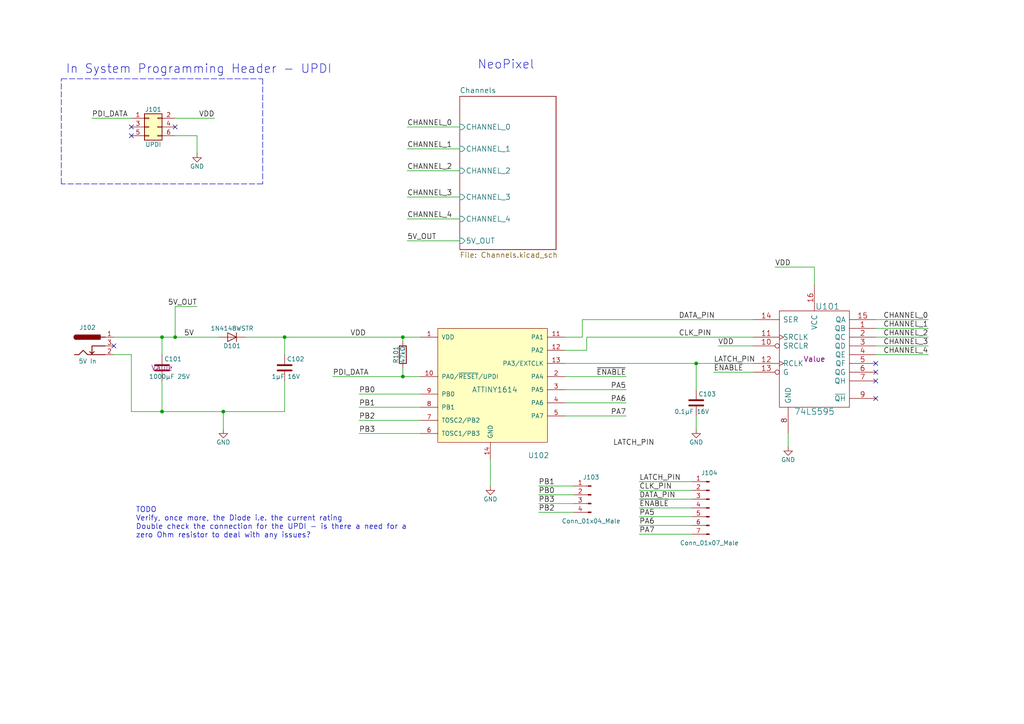
<source format=kicad_sch>
(kicad_sch (version 20211123) (generator eeschema)
  (paper "A4")
  (title_block (title "Advent Sternal - NeoPixel Driver") (date "2017-10-25") (rev "2L_1") (company "SM"))
  (lib_symbols
    (symbol "FiveChannel-rescue:74LS596-RESCUE-FiveChannel" (pin_names (offset 1.016))
      (property "Reference" "U" (at 3.81 15.24 0))
      (property "Value" "FiveChannel-rescue_74LS596-RESCUE-FiveChannel" (at 0 -15.24 0))
      (symbol "74LS596-RESCUE-FiveChannel_0_1"
        (rectangle (start -10.16 -13.97) (end 10.16 13.97))
      )
      (symbol "74LS596-RESCUE-FiveChannel_1_1"
        (pin tri_state line (at 17.78 8.89 180) (length 7.62) (name "QB") (number "1"))
        (pin input inverted (at -17.78 3.81 0) (length 7.62) (name "SRCLR") (number "10"))
        (pin input clock (at -17.78 6.35 0) (length 7.62) (name "SRCLK") (number "11"))
        (pin input clock (at -17.78 -1.27 0) (length 7.62) (name "RCLK") (number "12"))
        (pin input inverted (at -17.78 -3.81 0) (length 7.62) (name "G") (number "13"))
        (pin input line (at -17.78 11.43 0) (length 7.62) (name "SER") (number "14"))
        (pin tri_state line (at 17.78 11.43 180) (length 7.62) (name "QA") (number "15"))
        (pin power_in line (at 0 21.59 270) (length 7.62) (name "VCC") (number "16"))
        (pin tri_state line (at 17.78 6.35 180) (length 7.62) (name "QC") (number "2"))
        (pin tri_state line (at 17.78 3.81 180) (length 7.62) (name "QD") (number "3"))
        (pin tri_state line (at 17.78 1.27 180) (length 7.62) (name "QE") (number "4"))
        (pin tri_state line (at 17.78 -1.27 180) (length 7.62) (name "QF") (number "5"))
        (pin tri_state line (at 17.78 -3.81 180) (length 7.62) (name "QG") (number "6"))
        (pin tri_state line (at 17.78 -6.35 180) (length 7.62) (name "QH") (number "7"))
        (pin power_in line (at -7.62 -21.59 90) (length 7.62) (name "GND") (number "8"))
        (pin output line (at 17.78 -11.43 180) (length 7.62) (name "~{QH}") (number "9"))
      )
    )
    (symbol "FiveChannel-rescue:ATTINY1614" (pin_names (offset 1.016))
      (property "Reference" "U" (at 13.97 -20.32 0))
      (property "Value" "FiveChannel-rescue_ATTINY1614" (at 1.27 -1.27 0))
      (symbol "ATTINY1614_0_1"
        (rectangle (start -15.24 16.51) (end 16.51 -16.51) (fill (type background)))
      )
      (symbol "ATTINY1614_1_1"
        (pin input line (at -20.32 13.97 0) (length 5.08) (name "VDD") (number "1"))
        (pin input line (at -20.32 2.54 0) (length 5.08) (name "PA0/~{RESET}/UPDI") (number "10"))
        (pin input line (at 21.59 13.97 180) (length 5.08) (name "PA1") (number "11"))
        (pin input line (at 21.59 10.16 180) (length 5.08) (name "PA2") (number "12"))
        (pin input line (at 21.59 6.35 180) (length 5.08) (name "PA3/EXTCLK") (number "13"))
        (pin input line (at 0 -21.59 90) (length 5.08) (name "GND") (number "14"))
        (pin input line (at 21.59 2.54 180) (length 5.08) (name "PA4") (number "2"))
        (pin input line (at 21.59 -1.27 180) (length 5.08) (name "PA5") (number "3"))
        (pin input line (at 21.59 -5.08 180) (length 5.08) (name "PA6") (number "4"))
        (pin input line (at 21.59 -8.89 180) (length 5.08) (name "PA7") (number "5"))
        (pin input line (at -20.32 -13.97 0) (length 5.08) (name "TOSC1/PB3") (number "6"))
        (pin input line (at -20.32 -10.16 0) (length 5.08) (name "TOSC2/PB2") (number "7"))
        (pin input line (at -20.32 -6.35 0) (length 5.08) (name "PB1") (number "8"))
        (pin input line (at -20.32 -2.54 0) (length 5.08) (name "PB0") (number "9"))
      )
    )
    (symbol "FiveChannel-rescue:C" (pin_numbers hide) (pin_names (offset 0.254))
      (property "Reference" "C" (at 0.635 2.54 0))
      (property "Value" "FiveChannel-rescue_C" (at 0.635 -2.54 0))
      (symbol "C_0_1"
        (polyline (pts (xy -2.032 -0.762) (xy 2.032 -0.762)) (stroke (width 0.508)))
        (polyline (pts (xy -2.032 0.762) (xy 2.032 0.762)) (stroke (width 0.508)))
      )
      (symbol "C_1_1"
        (pin passive line (at 0 3.81 270) (length 2.794) (name "~") (number "1"))
        (pin passive line (at 0 -3.81 90) (length 2.794) (name "~") (number "2"))
      )
    )
    (symbol "FiveChannel-rescue:Conn_01x04_Male" (pin_names (offset 1.016) hide)
      (property "Reference" "J" (at 0 5.08 0))
      (property "Value" "FiveChannel-rescue_Conn_01x04_Male" (at 0 -7.62 0))
      (symbol "Conn_01x04_Male_1_1"
        (polyline (pts (xy 1.27 -5.08) (xy 0.8636 -5.08)) (stroke (width 0.1524)))
        (polyline (pts (xy 1.27 -2.54) (xy 0.8636 -2.54)) (stroke (width 0.1524)))
        (polyline (pts (xy 1.27 0) (xy 0.8636 0)) (stroke (width 0.1524)))
        (polyline (pts (xy 1.27 2.54) (xy 0.8636 2.54)) (stroke (width 0.1524)))
        (rectangle (start 0.8636 -4.953) (end 0 -5.207) (stroke (width 0.1524)) (fill (type outline)))
        (rectangle (start 0.8636 -2.413) (end 0 -2.667) (stroke (width 0.1524)) (fill (type outline)))
        (rectangle (start 0.8636 0.127) (end 0 -0.127) (stroke (width 0.1524)) (fill (type outline)))
        (rectangle (start 0.8636 2.667) (end 0 2.413) (stroke (width 0.1524)) (fill (type outline)))
        (pin passive line (at 5.08 2.54 180) (length 3.81) (name "Pin_1") (number "1"))
        (pin passive line (at 5.08 0 180) (length 3.81) (name "Pin_2") (number "2"))
        (pin passive line (at 5.08 -2.54 180) (length 3.81) (name "Pin_3") (number "3"))
        (pin passive line (at 5.08 -5.08 180) (length 3.81) (name "Pin_4") (number "4"))
      )
    )
    (symbol "FiveChannel-rescue:Conn_01x07_Male" (pin_names (offset 1.016) hide)
      (property "Reference" "J" (at 0 10.16 0))
      (property "Value" "FiveChannel-rescue_Conn_01x07_Male" (at 0 -10.16 0))
      (symbol "Conn_01x07_Male_1_1"
        (polyline (pts (xy 1.27 -7.62) (xy 0.8636 -7.62)) (stroke (width 0.1524)))
        (polyline (pts (xy 1.27 -5.08) (xy 0.8636 -5.08)) (stroke (width 0.1524)))
        (polyline (pts (xy 1.27 -2.54) (xy 0.8636 -2.54)) (stroke (width 0.1524)))
        (polyline (pts (xy 1.27 0) (xy 0.8636 0)) (stroke (width 0.1524)))
        (polyline (pts (xy 1.27 2.54) (xy 0.8636 2.54)) (stroke (width 0.1524)))
        (polyline (pts (xy 1.27 5.08) (xy 0.8636 5.08)) (stroke (width 0.1524)))
        (polyline (pts (xy 1.27 7.62) (xy 0.8636 7.62)) (stroke (width 0.1524)))
        (rectangle (start 0.8636 -7.493) (end 0 -7.747) (stroke (width 0.1524)) (fill (type outline)))
        (rectangle (start 0.8636 -4.953) (end 0 -5.207) (stroke (width 0.1524)) (fill (type outline)))
        (rectangle (start 0.8636 -2.413) (end 0 -2.667) (stroke (width 0.1524)) (fill (type outline)))
        (rectangle (start 0.8636 0.127) (end 0 -0.127) (stroke (width 0.1524)) (fill (type outline)))
        (rectangle (start 0.8636 2.667) (end 0 2.413) (stroke (width 0.1524)) (fill (type outline)))
        (rectangle (start 0.8636 5.207) (end 0 4.953) (stroke (width 0.1524)) (fill (type outline)))
        (rectangle (start 0.8636 7.747) (end 0 7.493) (stroke (width 0.1524)) (fill (type outline)))
        (pin passive line (at 5.08 7.62 180) (length 3.81) (name "Pin_1") (number "1"))
        (pin passive line (at 5.08 5.08 180) (length 3.81) (name "Pin_2") (number "2"))
        (pin passive line (at 5.08 2.54 180) (length 3.81) (name "Pin_3") (number "3"))
        (pin passive line (at 5.08 0 180) (length 3.81) (name "Pin_4") (number "4"))
        (pin passive line (at 5.08 -2.54 180) (length 3.81) (name "Pin_5") (number "5"))
        (pin passive line (at 5.08 -5.08 180) (length 3.81) (name "Pin_6") (number "6"))
        (pin passive line (at 5.08 -7.62 180) (length 3.81) (name "Pin_7") (number "7"))
      )
    )
    (symbol "FiveChannel-rescue:Conn_02x03_Odd_Even" (pin_names (offset 1.016) hide)
      (property "Reference" "J" (at 1.27 5.08 0))
      (property "Value" "FiveChannel-rescue_Conn_02x03_Odd_Even" (at 1.27 -5.08 0))
      (symbol "Conn_02x03_Odd_Even_1_1"
        (rectangle (start -1.27 -2.413) (end 0 -2.667) (stroke (width 0.1524)))
        (rectangle (start -1.27 0.127) (end 0 -0.127) (stroke (width 0.1524)))
        (rectangle (start -1.27 2.667) (end 0 2.413) (stroke (width 0.1524)))
        (rectangle (start -1.27 3.81) (end 3.81 -3.81) (stroke (width 0.254)) (fill (type background)))
        (rectangle (start 3.81 -2.413) (end 2.54 -2.667) (stroke (width 0.1524)))
        (rectangle (start 3.81 0.127) (end 2.54 -0.127) (stroke (width 0.1524)))
        (rectangle (start 3.81 2.667) (end 2.54 2.413) (stroke (width 0.1524)))
        (pin passive line (at -5.08 2.54 0) (length 3.81) (name "Pin_1") (number "1"))
        (pin passive line (at 7.62 2.54 180) (length 3.81) (name "Pin_2") (number "2"))
        (pin passive line (at -5.08 0 0) (length 3.81) (name "Pin_3") (number "3"))
        (pin passive line (at 7.62 0 180) (length 3.81) (name "Pin_4") (number "4"))
        (pin passive line (at -5.08 -2.54 0) (length 3.81) (name "Pin_5") (number "5"))
        (pin passive line (at 7.62 -2.54 180) (length 3.81) (name "Pin_6") (number "6"))
      )
    )
    (symbol "FiveChannel-rescue:D" (pin_numbers hide) (pin_names (offset 1.016) hide)
      (property "Reference" "D" (at 0 2.54 0))
      (property "Value" "FiveChannel-rescue_D" (at 0 -2.54 0))
      (symbol "D_0_1"
        (polyline (pts (xy -1.27 1.27) (xy -1.27 -1.27)) (stroke (width 0.2032)))
        (polyline (pts (xy 1.27 0) (xy -1.27 0)))
        (polyline (pts (xy 1.27 1.27) (xy 1.27 -1.27) (xy -1.27 0) (xy 1.27 1.27)) (stroke (width 0.2032)))
      )
      (symbol "D_1_1"
        (pin passive line (at -3.81 0 0) (length 2.54) (name "K") (number "1"))
        (pin passive line (at 3.81 0 180) (length 2.54) (name "A") (number "2"))
      )
    )
    (symbol "FiveChannel-rescue:GND" (power) (pin_names (offset 0))
      (property "Value" "FiveChannel-rescue_GND" (at 0 -3.81 0))
      (symbol "GND_0_1"
        (polyline (pts (xy 0 0) (xy 0 -1.27) (xy 1.27 -1.27) (xy 0 -2.54) (xy -1.27 -1.27) (xy 0 -1.27)))
      )
      (symbol "GND_1_1"
        (pin power_in line (at 0 0 270) (length 0) hide (name "GND") (number "1"))
      )
    )
    (symbol "FiveChannel-rescue:Jack-DC" (pin_names (offset 1.016))
      (property "Reference" "J" (at 0 5.334 0))
      (property "Value" "FiveChannel-rescue_Jack-DC" (at 0 -4.445 0))
      (symbol "Jack-DC_0_1"
        (arc (start -3.302 3.175) (mid -3.937 2.54) (end -3.302 1.905) (stroke (width 0.254)))
        (arc (start -3.302 3.175) (mid -3.937 2.54) (end -3.302 1.905) (stroke (width 0.254)) (fill (type outline)))
        (polyline (pts (xy 1.27 -2.286) (xy 1.905 -1.651)) (stroke (width 0.254)))
        (polyline (pts (xy 5.08 2.54) (xy 3.81 2.54)) (stroke (width 0.254)))
        (polyline (pts (xy 5.08 0) (xy 1.27 0) (xy 1.27 -2.286) (xy 0.635 -1.651)) (stroke (width 0.254)))
        (polyline (pts (xy -3.81 -2.54) (xy -2.54 -2.54) (xy -1.27 -1.27) (xy 0 -2.54) (xy 2.54 -2.54) (xy 5.08 -2.54)) (stroke (width 0.254)))
        (rectangle (start 3.683 3.175) (end -3.302 1.905) (stroke (width 0.254)) (fill (type outline)))
      )
      (symbol "Jack-DC_1_1"
        (pin passive line (at 7.62 2.54 180) (length 2.54) (name "~") (number "1"))
        (pin passive line (at 7.62 -2.54 180) (length 2.54) (name "~") (number "2"))
        (pin passive line (at 7.62 0 180) (length 2.54) (name "~") (number "3"))
      )
    )
    (symbol "FiveChannel-rescue:R" (pin_numbers hide) (pin_names (offset 0))
      (property "Reference" "R" (at 2.032 0 90))
      (property "Value" "FiveChannel-rescue_R" (at 0 0 90))
      (symbol "R_0_1"
        (rectangle (start -1.016 -2.54) (end 1.016 2.54) (stroke (width 0.254)))
      )
      (symbol "R_1_1"
        (pin passive line (at 0 3.81 270) (length 1.27) (name "~") (number "1"))
        (pin passive line (at 0 -3.81 90) (length 1.27) (name "~") (number "2"))
      )
    )
  )
  (junction (at 46.99 119.38))
  (junction (at 64.77 119.38))
  (junction (at 50.8 97.79))
  (junction (at 201.93 105.41))
  (junction (at 46.99 97.79))
  (junction (at 82.55 97.79))
  (junction (at 116.84 109.22))
  (junction (at 116.84 97.79))
  (no_connect (at 254 107.95))
  (no_connect (at 38.1 39.37))
  (no_connect (at 33.02 100.33))
  (no_connect (at 254 115.57))
  (no_connect (at 254 105.41))
  (no_connect (at 38.1 36.83))
  (no_connect (at 254 110.49))
  (no_connect (at 50.8 36.83))
  (wire (pts (xy 218.44 107.95) (xy 207.01 107.95)))
  (wire (pts (xy 200.66 142.24) (xy 185.42 142.24)))
  (wire (pts (xy 170.18 101.6) (xy 170.18 97.79)))
  (wire (pts (xy 82.55 97.79) (xy 116.84 97.79)))
  (wire (pts (xy 46.99 110.49) (xy 46.99 119.38)))
  (wire (pts (xy 163.83 113.03) (xy 181.61 113.03)))
  (wire (pts (xy 116.84 97.79) (xy 121.92 97.79)))
  (wire (pts (xy 168.91 97.79) (xy 168.91 92.71)))
  (polyline (pts (xy 76.2 22.86) (xy 76.2 53.34)))
  (wire (pts (xy 71.12 97.79) (xy 82.55 97.79)))
  (wire (pts (xy 166.37 146.05) (xy 156.21 146.05)))
  (wire (pts (xy 142.24 140.97) (xy 142.24 133.35)))
  (wire (pts (xy 170.18 97.79) (xy 218.44 97.79)))
  (wire (pts (xy 163.83 116.84) (xy 181.61 116.84)))
  (wire (pts (xy 133.35 63.5) (xy 118.11 63.5)))
  (wire (pts (xy 50.8 97.79) (xy 50.8 88.9)))
  (wire (pts (xy 201.93 105.41) (xy 218.44 105.41)))
  (wire (pts (xy 163.83 101.6) (xy 170.18 101.6)))
  (wire (pts (xy 208.28 100.33) (xy 218.44 100.33)))
  (wire (pts (xy 168.91 92.71) (xy 218.44 92.71)))
  (wire (pts (xy 116.84 99.06) (xy 116.84 97.79)))
  (wire (pts (xy 254 97.79) (xy 269.24 97.79)))
  (wire (pts (xy 254 102.87) (xy 269.24 102.87)))
  (wire (pts (xy 82.55 97.79) (xy 82.55 102.87)))
  (wire (pts (xy 121.92 121.92) (xy 104.14 121.92)))
  (wire (pts (xy 38.1 102.87) (xy 33.02 102.87)))
  (wire (pts (xy 163.83 97.79) (xy 168.91 97.79)))
  (wire (pts (xy 166.37 143.51) (xy 156.21 143.51)))
  (wire (pts (xy 200.66 152.4) (xy 185.42 152.4)))
  (wire (pts (xy 38.1 119.38) (xy 38.1 102.87)))
  (wire (pts (xy 121.92 114.3) (xy 104.14 114.3)))
  (wire (pts (xy 33.02 97.79) (xy 46.99 97.79)))
  (polyline (pts (xy 17.78 53.34) (xy 17.78 22.86)))
  (wire (pts (xy 121.92 118.11) (xy 104.14 118.11)))
  (wire (pts (xy 116.84 109.22) (xy 121.92 109.22)))
  (wire (pts (xy 38.1 119.38) (xy 46.99 119.38)))
  (wire (pts (xy 133.35 57.15) (xy 118.11 57.15)))
  (wire (pts (xy 38.1 34.29) (xy 26.67 34.29)))
  (wire (pts (xy 57.15 39.37) (xy 57.15 44.45)))
  (wire (pts (xy 96.52 109.22) (xy 116.84 109.22)))
  (wire (pts (xy 163.83 109.22) (xy 181.61 109.22)))
  (wire (pts (xy 163.83 120.65) (xy 181.61 120.65)))
  (wire (pts (xy 133.35 69.85) (xy 118.11 69.85)))
  (wire (pts (xy 254 100.33) (xy 269.24 100.33)))
  (wire (pts (xy 200.66 147.32) (xy 185.42 147.32)))
  (wire (pts (xy 163.83 105.41) (xy 201.93 105.41)))
  (polyline (pts (xy 76.2 53.34) (xy 17.78 53.34)))
  (wire (pts (xy 166.37 148.59) (xy 156.21 148.59)))
  (wire (pts (xy 254 92.71) (xy 269.24 92.71)))
  (wire (pts (xy 64.77 119.38) (xy 64.77 124.46)))
  (wire (pts (xy 116.84 109.22) (xy 116.84 106.68)))
  (wire (pts (xy 200.66 139.7) (xy 185.42 139.7)))
  (wire (pts (xy 236.22 82.55) (xy 236.22 77.47)))
  (wire (pts (xy 46.99 97.79) (xy 50.8 97.79)))
  (wire (pts (xy 200.66 149.86) (xy 185.42 149.86)))
  (wire (pts (xy 166.37 140.97) (xy 156.21 140.97)))
  (wire (pts (xy 46.99 97.79) (xy 46.99 102.87)))
  (wire (pts (xy 50.8 88.9) (xy 57.15 88.9)))
  (wire (pts (xy 133.35 43.18) (xy 118.11 43.18)))
  (wire (pts (xy 133.35 49.53) (xy 118.11 49.53)))
  (wire (pts (xy 46.99 119.38) (xy 64.77 119.38)))
  (wire (pts (xy 201.93 105.41) (xy 201.93 113.03)))
  (wire (pts (xy 50.8 34.29) (xy 62.23 34.29)))
  (wire (pts (xy 50.8 97.79) (xy 63.5 97.79)))
  (wire (pts (xy 228.6 125.73) (xy 228.6 129.54)))
  (wire (pts (xy 200.66 144.78) (xy 185.42 144.78)))
  (wire (pts (xy 50.8 39.37) (xy 57.15 39.37)))
  (wire (pts (xy 254 95.25) (xy 269.24 95.25)))
  (wire (pts (xy 200.66 154.94) (xy 185.42 154.94)))
  (wire (pts (xy 121.92 125.73) (xy 104.14 125.73)))
  (wire (pts (xy 64.77 119.38) (xy 82.55 119.38)))
  (wire (pts (xy 201.93 124.46) (xy 201.93 120.65)))
  (wire (pts (xy 82.55 119.38) (xy 82.55 110.49)))
  (wire (pts (xy 236.22 77.47) (xy 224.79 77.47)))
  (wire (pts (xy 133.35 36.83) (xy 118.11 36.83)))
  (polyline (pts (xy 17.78 22.86) (xy 76.2 22.86)))
  (text "NeoPixel" (at 138.43 20.32 0) (effects (font (size 2.54 2.54)) (justify left bottom)))
  (text "In System Programming Header - UPDI" (at 19.05 21.59 0) (effects (font (size 2.54 2.54)) (justify left bottom)))
  (text "TODO \nVerify, once more, the Diode i.e. the current rating\nDouble check the connection for the UPDI - is there a need for a \nzero Ohm resistor to deal with any issues?" (at 39.37 156.21 0) (effects (font (size 1.524 1.524)) (justify left bottom)))
  (label "5V" (at 53.34 97.79 0) (effects (font (size 1.524 1.524))))
  (label "5V_OUT" (at 57.15 88.9 180) (effects (font (size 1.524 1.524))))
  (label "PA5" (at 181.61 113.03 180) (effects (font (size 1.524 1.524))))
  (label "~{ENABLE}" (at 207.01 107.95 0) (effects (font (size 1.524 1.524))))
  (label "PB2" (at 104.14 121.92 0) (effects (font (size 1.524 1.524))))
  (label "VDD" (at 208.28 100.33 0) (effects (font (size 1.524 1.524))))
  (label "PB1" (at 156.21 140.97 0) (effects (font (size 1.524 1.524))))
  (label "PA7" (at 185.42 154.94 0) (effects (font (size 1.524 1.524))))
  (label "CLK_PIN" (at 185.42 142.24 0) (effects (font (size 1.524 1.524))))
  (label "PDI_DATA" (at 96.52 109.22 0) (effects (font (size 1.524 1.524))))
  (label "LATCH_PIN" (at 207.01 105.41 0) (effects (font (size 1.524 1.524))))
  (label "CHANNEL_3" (at 118.11 57.15 0) (effects (font (size 1.524 1.524))))
  (label "CHANNEL_2" (at 118.11 49.53 0) (effects (font (size 1.524 1.524))))
  (label "CHANNEL_4" (at 118.11 63.5 0) (effects (font (size 1.524 1.524))))
  (label "LATCH_PIN" (at 177.8 129.54 0) (effects (font (size 1.524 1.524))))
  (label "VDD" (at 101.6 97.79 0) (effects (font (size 1.524 1.524))))
  (label "CLK_PIN" (at 196.85 97.79 0) (effects (font (size 1.524 1.524))))
  (label "CHANNEL_0" (at 118.11 36.83 0) (effects (font (size 1.524 1.524))))
  (label "PB1" (at 104.14 118.11 0) (effects (font (size 1.524 1.524))))
  (label "~{ENABLE}" (at 185.42 147.32 0) (effects (font (size 1.524 1.524))))
  (label "~{ENABLE}" (at 181.61 109.22 180) (effects (font (size 1.524 1.524))))
  (label "DATA_PIN" (at 185.42 144.78 0) (effects (font (size 1.524 1.524))))
  (label "PA5" (at 185.42 149.86 0) (effects (font (size 1.524 1.524))))
  (label "CHANNEL_0" (at 269.24 92.71 180) (effects (font (size 1.524 1.524))))
  (label "CHANNEL_2" (at 269.24 97.79 180) (effects (font (size 1.524 1.524))))
  (label "PB3" (at 104.14 125.73 0) (effects (font (size 1.524 1.524))))
  (label "PB0" (at 156.21 143.51 0) (effects (font (size 1.524 1.524))))
  (label "VDD" (at 224.79 77.47 0) (effects (font (size 1.524 1.524))))
  (label "CHANNEL_4" (at 269.24 102.87 180) (effects (font (size 1.524 1.524))))
  (label "VDD" (at 62.23 34.29 180) (effects (font (size 1.524 1.524))))
  (label "5V_OUT" (at 118.11 69.85 0) (effects (font (size 1.524 1.524))))
  (label "CHANNEL_3" (at 269.24 100.33 180) (effects (font (size 1.524 1.524))))
  (label "DATA_PIN" (at 196.85 92.71 0) (effects (font (size 1.524 1.524))))
  (label "PB2" (at 156.21 148.59 0) (effects (font (size 1.524 1.524))))
  (label "PB3" (at 156.21 146.05 0) (effects (font (size 1.524 1.524))))
  (label "LATCH_PIN" (at 185.42 139.7 0) (effects (font (size 1.524 1.524))))
  (label "CHANNEL_1" (at 269.24 95.25 180) (effects (font (size 1.524 1.524))))
  (label "PA6" (at 185.42 152.4 0) (effects (font (size 1.524 1.524))))
  (label "PA7" (at 181.61 120.65 180) (effects (font (size 1.524 1.524))))
  (label "PA6" (at 181.61 116.84 180) (effects (font (size 1.524 1.524))))
  (label "PDI_DATA" (at 26.67 34.29 0) (effects (font (size 1.524 1.524))))
  (label "PB0" (at 104.14 114.3 0) (effects (font (size 1.524 1.524))))
  (label "CHANNEL_1" (at 118.11 43.18 0) (effects (font (size 1.524 1.524))))
  (symbol (lib_id "FiveChannel-rescue:ATTINY1614") (at 142.24 111.76 0) (unit 1)
    (property "Reference" "U102" (at 156.21 132.08 0) (effects (font (size 1.524 1.524))))
    (property "Value" "ATTINY1614" (at 143.51 113.03 0) (effects (font (size 1.524 1.524))))
    (property "Footprint" "SMD_Packages:SOIC-14_N" (effects hide))
  )
  (symbol (lib_id "FiveChannel-rescue:R") (at 116.84 102.87 180) (unit 1)
    (property "Reference" "R101" (at 114.808 102.87 90))
    (property "Value" "47kΩ" (at 116.84 102.87 90))
    (property "Footprint" "Resistors_SMD:R_0805_HandSoldering" (effects hide))
    (property "Link" "Value" (effects hide))
  )
  (symbol (lib_id "FiveChannel-rescue:GND") (at 142.24 140.97 0) (unit 1)
    (property "Reference" "#PWR01" (effects hide))
    (property "Value" "GND" (at 142.24 144.78 0))
  )
  (symbol (lib_id "FiveChannel-rescue:GND") (at 57.15 44.45 0) (unit 1)
    (property "Reference" "#PWR02" (effects hide))
    (property "Value" "GND" (at 57.15 48.26 0))
  )
  (symbol (lib_id "FiveChannel-rescue:GND") (at 64.77 124.46 0) (unit 1)
    (property "Reference" "#PWR03" (effects hide))
    (property "Value" "GND" (at 64.77 128.27 0))
  )
  (symbol (lib_id "FiveChannel-rescue:Conn_02x03_Odd_Even") (at 43.18 36.83 0) (unit 1)
    (property "Reference" "J101" (at 44.45 31.75 0))
    (property "Value" "UPDI" (at 44.45 41.91 0))
    (property "Footprint" "advent_sternla:PRG_TC2030-IDC-NL" (effects hide))
  )
  (symbol (lib_id "FiveChannel-rescue:C") (at 82.55 106.68 0) (unit 1)
    (property "Reference" "C102" (at 83.185 104.14 0) (effects (justify left)))
    (property "Value" "1μF 16V" (at 78.74 109.22 0) (effects (justify left)))
    (property "Footprint" "Capacitors_SMD:C_0805_HandSoldering" (effects hide))
    (property "Link" "Value" (effects hide))
  )
  (symbol (lib_id "FiveChannel-rescue:Jack-DC") (at 25.4 100.33 0) (unit 1)
    (property "Reference" "J102" (at 25.4 94.996 0))
    (property "Value" "5V In" (at 25.4 104.775 0))
    (property "Footprint" "advent_sternla:CONN_PWR_JACK_1_3X3_5MM_SOLDER" (effects hide))
    (property "Datasheet" "http://www.cui.com/product/resource/pj-031dh.pdf" (effects hide))
    (property "MPN" "PJ-031DH" (effects hide))
    (property "Link" "https://www.digikey.de/scripts/DkSearch/dksus.dll?Detail&itemSeq=242071905&uq=636445427915242131" (effects hide))
  )
  (symbol (lib_id "FiveChannel-rescue:D") (at 67.31 97.79 180) (unit 1)
    (property "Reference" "D101" (at 67.31 100.33 0))
    (property "Value" "1N4148WSTR" (at 67.31 95.25 0))
    (property "Footprint" "Diodes_SMD:D_SOD-123F" (effects hide))
    (property "Datasheet" "http://www.smc-diodes.com/propdf/1N4148WS%20N0572%20REV.B.pdf" (effects hide))
    (property "MPN" "1N4148WSTR" (effects hide))
    (property "ConradPN" "Value" (effects hide))
    (property "Label" "Value" (effects hide))
  )
  (symbol (lib_id "FiveChannel-rescue:74LS596-RESCUE-FiveChannel") (at 236.22 104.14 0) (unit 1)
    (property "Reference" "U101" (at 240.03 88.9 0) (effects (font (size 1.778 1.778))))
    (property "Value" "74LS595" (at 236.22 119.38 0) (effects (font (size 1.778 1.778))))
    (property "Footprint" "Housings_SOIC:SOIC-16_3.9x9.9mm_Pitch1.27mm" (effects hide))
    (property "MPN" "Value" (effects hide))
    (property "Link" "Value" (effects hide))
    (property "Comp_Name" "Value" (at 236.22 104.14 0) (effects (font (size 1.524 1.524))))
    (property "ConradPN" "Value" (effects hide))
    (property "Label" "Value" (at 236.22 104.14 0) (effects (font (size 1.524 1.524))))
  )
  (symbol (lib_id "FiveChannel-rescue:GND") (at 228.6 129.54 0) (unit 1)
    (property "Reference" "#PWR04" (effects hide))
    (property "Value" "GND" (at 228.6 133.35 0))
  )
  (symbol (lib_id "FiveChannel-rescue:C") (at 201.93 116.84 0) (unit 1)
    (property "Reference" "C103" (at 202.565 114.3 0) (effects (justify left)))
    (property "Value" "0.1μF 16V" (at 195.58 119.38 0) (effects (justify left)))
    (property "Footprint" "Capacitors_SMD:C_0805_HandSoldering" (effects hide))
    (property "Link" "Value" (effects hide))
  )
  (symbol (lib_id "FiveChannel-rescue:GND") (at 201.93 124.46 0) (unit 1)
    (property "Reference" "#PWR05" (effects hide))
    (property "Value" "GND" (at 201.93 128.27 0))
  )
  (symbol (lib_id "FiveChannel-rescue:C") (at 46.99 106.68 0) (unit 1)
    (property "Reference" "C101" (at 47.625 104.14 0) (effects (justify left)))
    (property "Value" "1000μF 25V" (at 43.18 109.22 0) (effects (justify left)))
    (property "Footprint" "advent_sternla:CP_Radial_L21.0mm_D13.0mm_P5.00mm_Horizontal" (effects hide))
    (property "Link" "Value" (effects hide))
    (property "Comp_Name" "Value" (at 46.99 106.68 0) (effects (font (size 1.524 1.524))))
  )
  (symbol (lib_id "FiveChannel-rescue:Conn_01x04_Male") (at 171.45 143.51 0) (mirror y) (unit 1)
    (property "Reference" "J103" (at 171.45 138.43 0))
    (property "Value" "Conn_01x04_Male" (at 171.45 151.13 0))
    (property "Footprint" "Pin_Headers:Pin_Header_Angled_1x04_Pitch2.54mm" (effects hide))
  )
  (symbol (lib_id "FiveChannel-rescue:Conn_01x07_Male") (at 205.74 147.32 0) (mirror y) (unit 1)
    (property "Reference" "J104" (at 205.74 137.16 0))
    (property "Value" "Conn_01x07_Male" (at 205.74 157.48 0))
    (property "Footprint" "Pin_Headers:Pin_Header_Angled_1x07_Pitch2.54mm" (effects hide))
  )
  (sheet (at 133.35 27.94) (size 27.94 44.45)
    (property "Sheet name" "Channels" (at 133.35 27.1014 0) (effects (font (size 1.524 1.524)) (justify left bottom)))
    (property "Sheet file" "Channels.kicad_sch" (at 133.35 73.0762 0) (effects (font (size 1.524 1.524)) (justify left top)))
    (pin "CHANNEL_0" input (at 133.35 36.83 180) (effects (font (size 1.524 1.524))))
    (pin "5V_OUT" input (at 133.35 69.85 180) (effects (font (size 1.524 1.524))))
    (pin "CHANNEL_1" input (at 133.35 43.18 180) (effects (font (size 1.524 1.524))))
    (pin "CHANNEL_2" input (at 133.35 49.53 180) (effects (font (size 1.524 1.524))))
    (pin "CHANNEL_3" input (at 133.35 57.15 180) (effects (font (size 1.524 1.524))))
    (pin "CHANNEL_4" input (at 133.35 63.5 180) (effects (font (size 1.524 1.524))))
  )
)
</source>
